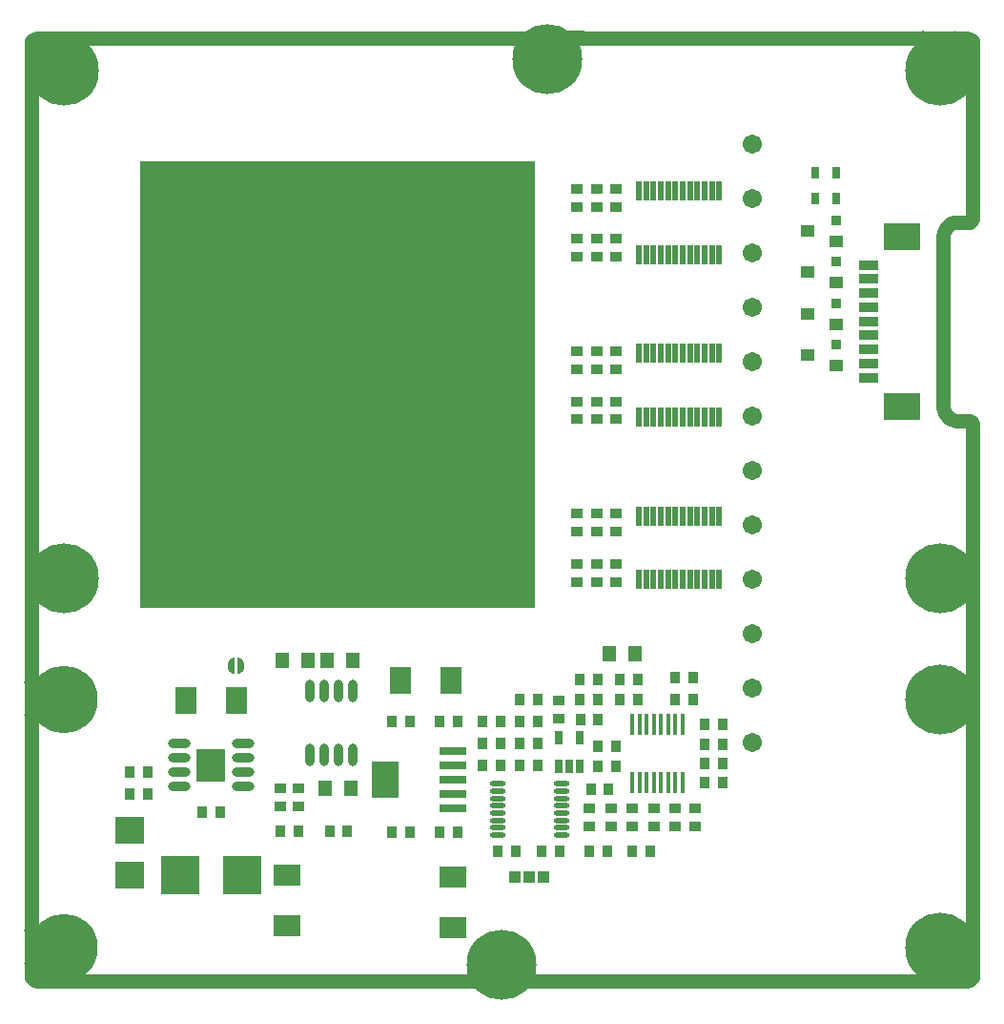
<source format=gbr>
G04*
G04 #@! TF.GenerationSoftware,Altium Limited,Altium Designer,25.8.1 (18)*
G04*
G04 Layer_Color=8388736*
%FSLAX44Y44*%
%MOMM*%
G71*
G04*
G04 #@! TF.SameCoordinates,68482A9D-35D4-4593-95C8-0FE79975008A*
G04*
G04*
G04 #@! TF.FilePolarity,Negative*
G04*
G01*
G75*
%ADD21R,1.0500X1.0500*%
%ADD29R,0.9500X0.9000*%
%ADD32R,1.2696X1.3462*%
%ADD37R,1.7018X0.8128*%
%ADD42R,0.5080X0.4834*%
%ADD43R,1.1355X0.4834*%
%ADD44C,1.2700*%
%ADD45R,0.4500X1.9000*%
%ADD46R,1.0032X0.9032*%
%ADD47R,2.4455X0.7325*%
%ADD48R,2.4455X3.2725*%
%ADD49R,0.9032X1.0032*%
%ADD50R,2.5032X3.0032*%
%ADD51O,2.0032X0.8032*%
%ADD52R,1.9796X2.4622*%
%ADD53R,1.1532X1.1032*%
%ADD54R,0.5100X1.6600*%
%ADD55O,0.8032X2.0032*%
%ADD56R,2.5032X2.4892*%
%ADD57R,2.4622X1.9796*%
%ADD58O,1.4000X0.4500*%
%ADD59R,0.8032X1.2032*%
%ADD60R,3.3020X2.4130*%
%ADD61R,1.0032X0.9032*%
%ADD62C,1.7032*%
%ADD63R,3.5032X3.3532*%
%ADD64R,0.8032X1.1032*%
%ADD65R,35.0520X39.6240*%
%ADD66C,1.0032*%
%ADD67C,6.0000*%
%ADD68C,6.2032*%
%ADD69C,0.5000*%
%ADD70C,0.9032*%
%ADD71C,0.8040*%
%ADD72C,0.3000*%
G36*
X480032Y850230D02*
X480820Y850077D01*
X481910Y849942D01*
X484999Y849725D01*
X498017Y849500D01*
Y836800D01*
X497020Y836763D01*
X496153Y836653D01*
X495415Y836468D01*
X494807Y836210D01*
X494328Y835879D01*
X493979Y835473D01*
X493760Y834994D01*
X493671Y834441D01*
X493712Y833815D01*
X493882Y833115D01*
X479546Y850402D01*
X480032Y850230D01*
D02*
G37*
G36*
X190738Y293598D02*
X191735Y293274D01*
X192678Y292814D01*
X193547Y292227D01*
X194327Y291525D01*
X195001Y290722D01*
X195557Y289832D01*
X195984Y288874D01*
X196273Y287866D01*
X196419Y286827D01*
Y285778D01*
X196273Y284739D01*
X195984Y283731D01*
X195557Y282773D01*
X195001Y281884D01*
X194327Y281080D01*
X193547Y280378D01*
X192678Y279792D01*
X191735Y279332D01*
X190738Y279008D01*
X190221Y278916D01*
X190221D01*
X190221Y293689D01*
X190738Y293598D01*
D02*
G37*
G36*
X187619Y278916D02*
X187102Y279008D01*
X186105Y279332D01*
X185162Y279792D01*
X184293Y280378D01*
X183513Y281080D01*
X182839Y281884D01*
X182283Y282773D01*
X181856Y283731D01*
X181567Y284739D01*
X181421Y285778D01*
Y286827D01*
X181567Y287866D01*
X181856Y288874D01*
X182283Y289832D01*
X182839Y290722D01*
X183513Y291525D01*
X184293Y292227D01*
X185162Y292814D01*
X186105Y293274D01*
X187102Y293598D01*
X187619Y293689D01*
X187619D01*
X187619Y278916D01*
D02*
G37*
G36*
X13200Y272094D02*
X10994D01*
X11178Y272848D01*
X13200Y272094D01*
D02*
G37*
G36*
X6654Y254252D02*
X9612Y242094D01*
X500D01*
X5398Y255238D01*
X500Y272094D01*
X10994D01*
X6654Y254252D01*
D02*
G37*
G36*
X9772Y241437D02*
X9612Y242094D01*
X13200D01*
X9772Y241437D01*
D02*
G37*
G36*
X13200Y52095D02*
X10995D01*
X11178Y52849D01*
X13200Y52095D01*
D02*
G37*
G36*
X6654Y34252D02*
X9612Y22095D01*
X13200D01*
X9771Y21438D01*
X9612Y22095D01*
X500D01*
X5398Y35238D01*
X500Y52095D01*
X10995D01*
X6654Y34252D01*
D02*
G37*
G36*
X839478Y51391D02*
X836800D01*
X839301Y52120D01*
X839478Y51391D01*
D02*
G37*
G36*
X844633Y35729D02*
X849500Y21391D01*
X839972D01*
X839803Y20696D01*
X836800Y21391D01*
X839972D01*
X843374Y35376D01*
X839478Y51391D01*
X849500D01*
X844633Y35729D01*
D02*
G37*
G36*
X849500Y241391D02*
X840565D01*
X844400Y253855D01*
X849500Y241391D01*
D02*
G37*
G36*
X840429Y240951D02*
X836800Y241391D01*
X840565D01*
X840429Y240951D01*
D02*
G37*
G36*
X840088Y271391D02*
X849500D01*
X844453Y257208D01*
X840088Y271391D01*
X836800D01*
X839946Y271854D01*
X840088Y271391D01*
D02*
G37*
G36*
X849500Y351390D02*
X841088D01*
X843992Y363331D01*
X849500Y351390D01*
D02*
G37*
G36*
X840949Y350818D02*
X836800Y351390D01*
X841088D01*
X840949Y350818D01*
D02*
G37*
G36*
X841069Y826646D02*
X849500D01*
X843994Y814624D01*
X841069Y826646D01*
X836800D01*
X840930Y827221D01*
X841069Y826646D01*
D02*
G37*
G36*
X828017Y840324D02*
X828680Y840163D01*
X828017Y836800D01*
Y840324D01*
X815570Y843352D01*
X798017Y839082D01*
Y849500D01*
X814684Y844609D01*
X828017Y849500D01*
Y840324D01*
D02*
G37*
G36*
X798017Y836800D02*
X797266Y838899D01*
X798017Y839082D01*
Y836800D01*
D02*
G37*
D21*
X449518Y98870D02*
D03*
X462218D02*
D03*
X436818D02*
D03*
D29*
X721380Y571546D02*
D03*
Y681266D02*
D03*
Y645038D02*
D03*
Y607538D02*
D03*
D32*
X252732Y291099D02*
D03*
X269582D02*
D03*
X520696Y297180D02*
D03*
X543560D02*
D03*
X292446Y291099D02*
D03*
X291179Y177100D02*
D03*
X268314D02*
D03*
X229868Y291099D02*
D03*
D37*
X750955Y554252D02*
D03*
Y641752D02*
D03*
Y629252D02*
D03*
Y616752D02*
D03*
Y591752D02*
D03*
Y579252D02*
D03*
Y604252D02*
D03*
Y566752D02*
D03*
Y541752D02*
D03*
D42*
X835914Y13585D02*
D03*
X14540Y835613D02*
D03*
X836129Y836006D02*
D03*
D43*
X12898Y15189D02*
D03*
D44*
X817010Y515497D02*
X817307Y512860D01*
X818184Y510356D01*
X819595Y508109D01*
X821472Y506232D01*
X823719Y504821D01*
X826223Y503944D01*
X828860Y503647D01*
Y679908D02*
X826223Y679610D01*
X823719Y678734D01*
X821472Y677322D01*
X819595Y675446D01*
X818184Y673199D01*
X817307Y670694D01*
X817010Y668057D01*
X6850Y12000D02*
X7540Y9425D01*
X9425Y7540D01*
X12000Y6850D01*
X843150Y838000D02*
X842460Y840575D01*
X840575Y842460D01*
X838000Y843150D01*
X12000Y843150D02*
X9425Y842460D01*
X7540Y840575D01*
X6850Y838000D01*
X840000Y679908D02*
X842227Y680830D01*
X843150Y683057D01*
X838000Y6850D02*
X840575Y7540D01*
X842460Y9425D01*
X843150Y12000D01*
X843150Y500497D02*
X842227Y502724D01*
X840000Y503647D01*
X12000Y843150D02*
X28018D01*
X828860Y503647D02*
X840000D01*
X817010Y515497D02*
Y523163D01*
X843150Y12042D02*
Y21391D01*
X6850Y12000D02*
Y22095D01*
X828860Y679908D02*
X840000D01*
X12059Y6850D02*
X24745D01*
X843150Y683099D02*
Y696646D01*
X6850Y22095D02*
Y32095D01*
X28018Y843150D02*
X38018D01*
X24745Y6850D02*
X34745D01*
X817010Y573163D02*
Y583163D01*
Y563163D02*
Y573163D01*
Y553163D02*
Y563163D01*
Y523163D02*
Y533163D01*
X843150Y21391D02*
Y31391D01*
X843150Y706646D02*
Y716646D01*
Y696646D02*
Y706646D01*
X6850Y32095D02*
Y42095D01*
X38018Y843150D02*
X48018D01*
X114745Y6850D02*
X124745D01*
X34745D02*
X44745D01*
X817010Y613163D02*
Y623163D01*
Y603163D02*
Y613163D01*
Y583163D02*
Y593163D01*
Y543163D02*
Y553163D01*
Y533163D02*
Y543163D01*
X843150Y31391D02*
Y41391D01*
X843150Y726646D02*
Y736646D01*
Y716646D02*
Y726646D01*
X6850Y42095D02*
Y52095D01*
X48018Y843150D02*
X58018D01*
X134745Y6850D02*
X144745D01*
X124745D02*
X134745D01*
X104745D02*
X114745D01*
X44745D02*
X54745D01*
X817010Y623163D02*
Y633163D01*
Y593163D02*
Y603163D01*
X843150Y41391D02*
Y51391D01*
X843150Y736646D02*
Y746646D01*
X6850Y52095D02*
Y62095D01*
X58018Y843150D02*
X68018D01*
X164745Y6850D02*
X174745D01*
X144745D02*
X154745D01*
X54745D02*
X64745D01*
X817010Y643163D02*
Y653163D01*
Y633163D02*
Y643163D01*
X843150Y51391D02*
Y61391D01*
X843150Y746646D02*
Y756646D01*
X6850Y62095D02*
Y72095D01*
X68018Y843150D02*
X78018D01*
X194745Y6850D02*
X204745D01*
X174745D02*
X184745D01*
X154745D02*
X164745D01*
X64745D02*
X74745D01*
X817010Y653163D02*
Y668057D01*
X843150Y61391D02*
Y71391D01*
X843150Y756646D02*
Y766646D01*
X6850Y72095D02*
Y82095D01*
X78018Y843150D02*
X88018D01*
X254745Y6850D02*
X264745D01*
X234745D02*
X244745D01*
X204745D02*
X214745D01*
X184745D02*
X194745D01*
X74745D02*
X84745D01*
X843150Y71391D02*
Y81391D01*
X843150Y766646D02*
Y776646D01*
X6850Y82095D02*
Y92094D01*
X88018Y843150D02*
X98018D01*
X354745Y6850D02*
X364745D01*
X344745D02*
X354745D01*
X264745D02*
X274745D01*
X244745D02*
X254745D01*
X214745D02*
X224745D01*
X84745D02*
X94745D01*
X843150Y81391D02*
Y91391D01*
X843150Y776646D02*
Y786646D01*
X6850Y92094D02*
Y102094D01*
X98018Y843150D02*
X108018D01*
X364745Y6850D02*
X374745D01*
X274745D02*
X284745D01*
X224745D02*
X234745D01*
X94745D02*
X104745D01*
X843150Y91391D02*
Y101391D01*
X843150Y786646D02*
Y796646D01*
X6850Y102094D02*
Y112094D01*
X108018Y843150D02*
X118018D01*
X374745Y6850D02*
X384745D01*
X284745D02*
X294745D01*
X843150Y101391D02*
Y111391D01*
X843150Y796646D02*
Y806646D01*
X6850Y112094D02*
Y122094D01*
X118018Y843150D02*
X128018D01*
X394745Y6850D02*
X404745D01*
X384745D02*
X394745D01*
X294745D02*
X304745D01*
X843150Y111391D02*
Y121391D01*
X843150Y806646D02*
Y816646D01*
X6850Y122094D02*
Y132094D01*
X128018Y843150D02*
X138018D01*
X444744Y6850D02*
X454744D01*
X404745D02*
X425000D01*
X314745D02*
X324745D01*
X304745D02*
X314745D01*
X843150Y121391D02*
Y131391D01*
X843150Y816646D02*
Y826646D01*
X6850Y132094D02*
Y142094D01*
X138018Y843150D02*
X148018D01*
X484744Y6850D02*
X494744D01*
X454744D02*
X464744D01*
X425000D02*
X444744D01*
X324745D02*
X334745D01*
X843150Y131391D02*
Y141391D01*
X843150Y826646D02*
Y838000D01*
X6850Y142094D02*
Y152094D01*
X148018Y843150D02*
X158018D01*
X504744Y6850D02*
X514744D01*
X494744D02*
X504744D01*
X464744D02*
X474744D01*
X334745D02*
X344745D01*
X843150Y141391D02*
Y151391D01*
X6850Y152094D02*
Y162094D01*
X158018Y843150D02*
X168018D01*
X594744Y6850D02*
X604744D01*
X524744D02*
X534744D01*
X514744D02*
X524744D01*
X474744D02*
X484744D01*
X843150Y151391D02*
Y161391D01*
X6850Y162094D02*
Y172094D01*
X168018Y843150D02*
X178018D01*
X614744Y6850D02*
X624744D01*
X604744D02*
X614744D01*
X584744D02*
X594744D01*
X554744D02*
X564744D01*
X544744D02*
X554744D01*
X534744D02*
X544744D01*
X843150Y161391D02*
Y171391D01*
X6850Y172094D02*
Y182094D01*
X178018Y843150D02*
X188018D01*
X624744Y6850D02*
X634744D01*
X574744D02*
X584744D01*
X564744D02*
X574744D01*
X843150Y171391D02*
Y181391D01*
X6850Y182094D02*
Y192094D01*
X188018Y843150D02*
X198018D01*
X634744Y6850D02*
X644744D01*
X843150Y181391D02*
Y191391D01*
X6850Y192094D02*
Y202094D01*
X198018Y843150D02*
X208018D01*
X644744Y6850D02*
X654744D01*
X843150Y191391D02*
Y201391D01*
X6850Y332094D02*
Y342094D01*
Y222094D02*
Y232094D01*
Y202094D02*
Y212094D01*
X208018Y843150D02*
X218018D01*
X654744Y6850D02*
X664744D01*
X843150Y271391D02*
Y281391D01*
Y211391D02*
Y221391D01*
Y201391D02*
Y211391D01*
X6850Y342094D02*
Y352094D01*
Y302094D02*
Y312094D01*
Y232094D02*
Y242094D01*
Y212094D02*
Y222094D01*
X218018Y843150D02*
X228018D01*
X664744Y6850D02*
X674744D01*
X843150Y281391D02*
Y291391D01*
Y251391D02*
Y261391D01*
Y241391D02*
Y251391D01*
Y231391D02*
Y241391D01*
Y221391D02*
Y231391D01*
X6850Y352094D02*
Y362094D01*
Y322094D02*
Y332094D01*
Y312094D02*
Y322094D01*
Y292094D02*
Y302094D01*
Y282094D02*
Y292094D01*
Y272094D02*
Y282094D01*
Y262094D02*
Y272094D01*
Y252094D02*
Y262094D01*
Y242094D02*
Y252094D01*
X228018Y843150D02*
X238018D01*
X674744Y6850D02*
X684744D01*
X843150Y291391D02*
Y301391D01*
Y261391D02*
Y271391D01*
X6850Y362094D02*
Y372094D01*
X238018Y843150D02*
X248018D01*
X684744Y6850D02*
X694744D01*
X843150Y301391D02*
Y311391D01*
X6850Y462094D02*
Y472094D01*
Y412094D02*
Y422094D01*
Y402094D02*
Y412094D01*
Y382094D02*
Y392094D01*
Y372094D02*
Y382094D01*
X248018Y843150D02*
X258018D01*
X694744Y6850D02*
X704744D01*
X843150Y311391D02*
Y321390D01*
X6850Y502094D02*
Y512094D01*
Y472094D02*
Y482094D01*
Y432094D02*
Y442094D01*
Y422094D02*
Y432094D01*
Y392094D02*
Y402094D01*
X258018Y843150D02*
X268018D01*
X704744Y6850D02*
X714744D01*
X843150Y321390D02*
Y331390D01*
X6850Y542094D02*
Y552094D01*
Y532094D02*
Y542094D01*
Y512094D02*
Y522094D01*
Y492094D02*
Y502094D01*
Y482094D02*
Y492094D01*
Y442094D02*
Y452094D01*
X268018Y843150D02*
X278018D01*
X714744Y6850D02*
X724744D01*
X843150Y331390D02*
Y341390D01*
X6850Y602094D02*
Y612094D01*
Y582094D02*
Y592094D01*
Y562094D02*
Y572094D01*
Y552094D02*
Y562094D01*
Y522094D02*
Y532094D01*
Y452094D02*
Y462094D01*
X278018Y843150D02*
X288018D01*
X724744Y6850D02*
X734744D01*
X843150Y341390D02*
Y351390D01*
X6850Y612094D02*
Y622094D01*
Y592094D02*
Y602094D01*
Y572094D02*
Y582094D01*
X288018Y843150D02*
X298018D01*
X734744Y6850D02*
X744744D01*
X843150Y351390D02*
Y361390D01*
X6850Y652093D02*
Y662093D01*
Y632094D02*
Y642093D01*
Y622094D02*
Y632094D01*
X298018Y843150D02*
X308018D01*
X744744Y6850D02*
X754744D01*
X843150Y361390D02*
Y371390D01*
X6850Y662093D02*
Y672093D01*
Y642093D02*
Y652093D01*
X308018Y843150D02*
X318018D01*
X754744Y6850D02*
X764744D01*
X843150Y371390D02*
Y381390D01*
X6850Y672093D02*
Y682093D01*
X318018Y843150D02*
X328018D01*
X764744Y6850D02*
X774744D01*
X843150Y381390D02*
Y391390D01*
X6850Y682093D02*
Y692093D01*
X328018Y843150D02*
X338018D01*
X774744Y6850D02*
X784744D01*
X843150Y391390D02*
Y401390D01*
X6850Y692093D02*
Y702093D01*
X338018Y843150D02*
X348018D01*
X784744Y6850D02*
X794744D01*
X843150Y401390D02*
Y411390D01*
X6850Y702093D02*
Y712093D01*
X348018Y843150D02*
X358018D01*
X794744Y6850D02*
X804744D01*
X843150Y411390D02*
Y421390D01*
X6850Y712093D02*
Y722093D01*
X358018Y843150D02*
X368018D01*
X804744Y6850D02*
X814744D01*
X843150Y421390D02*
Y431390D01*
X6850Y722093D02*
Y732093D01*
X368018Y843150D02*
X378018D01*
X824744Y6850D02*
X838000D01*
X814744D02*
X824744D01*
X843150Y431390D02*
Y441390D01*
X6850Y732093D02*
Y742093D01*
X378018Y843150D02*
X388018D01*
X843150Y441390D02*
Y451390D01*
X6850Y742093D02*
Y752093D01*
X388018Y843150D02*
X398018D01*
X843150Y451390D02*
Y461390D01*
X6850Y752093D02*
Y762093D01*
X438018Y843150D02*
X448018D01*
X398018D02*
X408018D01*
X843150Y461390D02*
Y471390D01*
X6850Y762093D02*
Y772093D01*
X465300Y843150D02*
X474048D01*
X448018D02*
X456552D01*
X408018D02*
X418018D01*
X843150Y471390D02*
Y481390D01*
X6850Y772093D02*
Y782093D01*
X474048Y843150D02*
X488018D01*
X456552D02*
X465300D01*
X418018D02*
X428018D01*
X843150Y481390D02*
Y491390D01*
X6850Y782093D02*
Y792093D01*
X488018Y843150D02*
X498017D01*
X428018D02*
X438018D01*
X843150Y491390D02*
Y500497D01*
X6850Y792093D02*
Y802093D01*
X498017Y843150D02*
X508017D01*
X6850Y802093D02*
Y812093D01*
X508017Y843150D02*
X518017D01*
X6850Y812093D02*
Y822093D01*
X518017Y843150D02*
X528017D01*
X6850Y822093D02*
Y837941D01*
X528017Y843150D02*
X538017D01*
X548017D01*
X558017D01*
X568017D01*
X578017D01*
X588017D01*
X598017D01*
X608017D01*
X618017D01*
X628017D01*
X638017D01*
X648017D01*
X658017D01*
X668017D01*
X678017D01*
X688017D01*
X698017D01*
X708017D01*
X718017D01*
X728017D01*
X738017D01*
X748017D01*
X758017D01*
X768017D01*
X778017D01*
X788017D01*
X798017D01*
X808017D01*
X818017D01*
X828017D01*
X837941D01*
D45*
X566250Y233807D02*
D03*
X578950D02*
D03*
X547200D02*
D03*
X553550D02*
D03*
X572600D02*
D03*
X585300D02*
D03*
X559900D02*
D03*
X540850D02*
D03*
Y182753D02*
D03*
X547200D02*
D03*
X553550D02*
D03*
X559900D02*
D03*
X572600D02*
D03*
X578950D02*
D03*
X585300D02*
D03*
X566250D02*
D03*
D46*
X475018Y255650D02*
D03*
X508980Y648760D02*
D03*
Y504760D02*
D03*
X244600Y161100D02*
D03*
X596900Y144020D02*
D03*
X491640Y360760D02*
D03*
X508980D02*
D03*
X491640Y504760D02*
D03*
Y648760D02*
D03*
Y693240D02*
D03*
Y709240D02*
D03*
Y664760D02*
D03*
Y549240D02*
D03*
Y565240D02*
D03*
Y520760D02*
D03*
Y405240D02*
D03*
Y421240D02*
D03*
X526320Y376760D02*
D03*
Y360760D02*
D03*
X508980Y376760D02*
D03*
X491640D02*
D03*
X521970Y159650D02*
D03*
Y143650D02*
D03*
X502920Y160020D02*
D03*
Y144020D02*
D03*
X540850Y160020D02*
D03*
Y144020D02*
D03*
X559900Y160020D02*
D03*
Y144020D02*
D03*
X578950D02*
D03*
Y160020D02*
D03*
X596900D02*
D03*
X244600Y177100D02*
D03*
X228600D02*
D03*
Y161100D02*
D03*
X526320Y504760D02*
D03*
Y648760D02*
D03*
X508980Y693240D02*
D03*
Y549240D02*
D03*
Y405240D02*
D03*
X526320D02*
D03*
Y693240D02*
D03*
X475018Y239650D02*
D03*
X508980Y565240D02*
D03*
Y421240D02*
D03*
X526320Y709240D02*
D03*
Y520760D02*
D03*
Y421240D02*
D03*
Y664760D02*
D03*
X508980Y520760D02*
D03*
Y664760D02*
D03*
Y709240D02*
D03*
D47*
X381254Y185207D02*
D03*
Y172507D02*
D03*
Y159806D02*
D03*
Y210606D02*
D03*
Y197906D02*
D03*
D48*
X321047Y185207D02*
D03*
D49*
X457108Y236767D02*
D03*
X556850Y121920D02*
D03*
X476518D02*
D03*
X519810Y176237D02*
D03*
X287814Y139320D02*
D03*
X110490Y172530D02*
D03*
X327219Y138240D02*
D03*
Y236920D02*
D03*
X441108Y198120D02*
D03*
X510540Y214550D02*
D03*
X494457Y256540D02*
D03*
Y274320D02*
D03*
X620985Y182753D02*
D03*
X604985Y233807D02*
D03*
X407670Y236767D02*
D03*
X423670D02*
D03*
X407670Y198120D02*
D03*
X423670D02*
D03*
X620985Y233807D02*
D03*
X604985Y199771D02*
D03*
X620985D02*
D03*
X604985Y182753D02*
D03*
X594950Y275590D02*
D03*
X578950D02*
D03*
Y256540D02*
D03*
X594950D02*
D03*
X510457Y274320D02*
D03*
X494540Y238760D02*
D03*
X510540D02*
D03*
X510457Y256540D02*
D03*
X526540Y214550D02*
D03*
X437018Y121920D02*
D03*
X421018D02*
D03*
X526540Y196800D02*
D03*
X510540D02*
D03*
X457108Y198120D02*
D03*
X369926Y236920D02*
D03*
X385926D02*
D03*
X343219D02*
D03*
X369926Y138216D02*
D03*
X385926D02*
D03*
X343219Y138240D02*
D03*
X94490Y191811D02*
D03*
X110490D02*
D03*
X94490Y172530D02*
D03*
X244600Y139320D02*
D03*
X228600D02*
D03*
X271814D02*
D03*
X407670Y216993D02*
D03*
X423670D02*
D03*
X545746Y256540D02*
D03*
Y274320D02*
D03*
X502920Y121920D02*
D03*
X174570Y156020D02*
D03*
X158570D02*
D03*
X503810Y176237D02*
D03*
X604985Y216789D02*
D03*
X620985D02*
D03*
X441108Y236767D02*
D03*
X457016Y256540D02*
D03*
X441016D02*
D03*
Y216993D02*
D03*
X457016D02*
D03*
X540850Y121920D02*
D03*
X460518D02*
D03*
X518920D02*
D03*
X529746Y274320D02*
D03*
Y256540D02*
D03*
D50*
X166570Y198161D02*
D03*
D51*
X138320Y204511D02*
D03*
Y191811D02*
D03*
Y217211D02*
D03*
Y179111D02*
D03*
X194820Y217211D02*
D03*
Y204511D02*
D03*
Y191811D02*
D03*
Y179111D02*
D03*
D52*
X334872Y272811D02*
D03*
X188922Y255080D02*
D03*
X144218D02*
D03*
X379576Y272811D02*
D03*
D53*
X696380Y562046D02*
D03*
Y671766D02*
D03*
Y635538D02*
D03*
Y598038D02*
D03*
X721380Y588538D02*
D03*
Y552546D02*
D03*
Y662266D02*
D03*
Y626038D02*
D03*
D54*
X565950Y650806D02*
D03*
Y362806D02*
D03*
Y506806D02*
D03*
X559450D02*
D03*
X598450Y563194D02*
D03*
X598450Y506806D02*
D03*
X611450Y563194D02*
D03*
X546450D02*
D03*
X578950Y506806D02*
D03*
X578950Y563194D02*
D03*
X591950Y506806D02*
D03*
Y563194D02*
D03*
X604950D02*
D03*
X617950Y506806D02*
D03*
X604950D02*
D03*
X617950Y563194D02*
D03*
X585450D02*
D03*
X559450D02*
D03*
X546450Y506806D02*
D03*
X611450D02*
D03*
X552950Y563194D02*
D03*
X572450Y506806D02*
D03*
X572450Y563194D02*
D03*
X585450Y506806D02*
D03*
X565950Y563194D02*
D03*
X552950Y506806D02*
D03*
Y362806D02*
D03*
Y650806D02*
D03*
X565950Y419194D02*
D03*
Y707194D02*
D03*
X546450Y650806D02*
D03*
Y362806D02*
D03*
X559450Y650806D02*
D03*
X617950Y707194D02*
D03*
Y650806D02*
D03*
X604950D02*
D03*
Y707194D02*
D03*
X617950Y419194D02*
D03*
Y362806D02*
D03*
X604950D02*
D03*
Y419194D02*
D03*
X591950Y707194D02*
D03*
Y650806D02*
D03*
Y419194D02*
D03*
X578950Y707194D02*
D03*
X578950Y650806D02*
D03*
X578950Y419194D02*
D03*
X591950Y362806D02*
D03*
X578950D02*
D03*
X546450Y707194D02*
D03*
Y419194D02*
D03*
X559450D02*
D03*
X559450Y362806D02*
D03*
X572450D02*
D03*
X585450D02*
D03*
X598450D02*
D03*
X611450D02*
D03*
X611450Y419194D02*
D03*
X598450D02*
D03*
X585450D02*
D03*
X572450D02*
D03*
X552950D02*
D03*
X572450Y650806D02*
D03*
X585450D02*
D03*
X598450D02*
D03*
X611450D02*
D03*
X611450Y707194D02*
D03*
X598450D02*
D03*
X585450D02*
D03*
X572450D02*
D03*
X559450D02*
D03*
X552950D02*
D03*
D55*
X279746Y263438D02*
D03*
Y206938D02*
D03*
X292446Y263438D02*
D03*
X254347Y206938D02*
D03*
X267047D02*
D03*
X292446D02*
D03*
X254347Y263438D02*
D03*
X267047D02*
D03*
D56*
X94490Y140140D02*
D03*
Y100140D02*
D03*
D57*
X234188Y55436D02*
D03*
X381254Y54166D02*
D03*
Y98870D02*
D03*
X234188Y100140D02*
D03*
D58*
X478018Y162000D02*
D03*
Y168500D02*
D03*
X421018Y149000D02*
D03*
X478018Y142500D02*
D03*
Y181500D02*
D03*
X421018Y155500D02*
D03*
Y168500D02*
D03*
Y175000D02*
D03*
Y181500D02*
D03*
Y162000D02*
D03*
X478018Y175000D02*
D03*
Y155500D02*
D03*
Y149000D02*
D03*
X421018Y142500D02*
D03*
X478018Y136000D02*
D03*
X421018D02*
D03*
D59*
X484518Y196800D02*
D03*
X475018Y222300D02*
D03*
Y196800D02*
D03*
X494018D02*
D03*
Y222300D02*
D03*
D60*
X779955Y516252D02*
D03*
Y667252D02*
D03*
D61*
X526320Y565240D02*
D03*
X526321Y549240D02*
D03*
D62*
X647700Y701040D02*
D03*
Y508000D02*
D03*
Y459740D02*
D03*
Y363220D02*
D03*
Y749300D02*
D03*
Y411480D02*
D03*
Y218440D02*
D03*
Y314960D02*
D03*
Y266700D02*
D03*
Y652780D02*
D03*
Y604520D02*
D03*
Y556260D02*
D03*
D63*
X194070Y100140D02*
D03*
X139070D02*
D03*
D64*
X703221Y701039D02*
D03*
Y723899D02*
D03*
X721380Y723900D02*
D03*
Y701040D02*
D03*
D65*
X279400Y535940D02*
D03*
D66*
X57120Y27252D02*
D03*
X27252Y14880D02*
D03*
X14880Y44748D02*
D03*
X44748Y57120D02*
D03*
X57120Y44748D02*
D03*
X44748Y14880D02*
D03*
X14880Y27252D02*
D03*
X27252Y57120D02*
D03*
Y385120D02*
D03*
X14880Y355252D02*
D03*
X44748Y342880D02*
D03*
X57120Y372748D02*
D03*
X44748Y385120D02*
D03*
X14880Y372748D02*
D03*
X27252Y342880D02*
D03*
X57120Y355252D02*
D03*
X44748Y234880D02*
D03*
X57120Y264748D02*
D03*
X44748Y277120D02*
D03*
X14880Y264748D02*
D03*
X57120Y247252D02*
D03*
X805252Y57120D02*
D03*
X792880Y27252D02*
D03*
X822748Y14880D02*
D03*
X835120Y44748D02*
D03*
X822748Y57120D02*
D03*
X792880Y44748D02*
D03*
X805252Y14880D02*
D03*
X835120Y27252D02*
D03*
X805729Y277120D02*
D03*
X793357Y247252D02*
D03*
X823225Y234880D02*
D03*
Y277120D02*
D03*
X793357Y264748D02*
D03*
X805729Y234880D02*
D03*
X805252Y385120D02*
D03*
X792880Y355252D02*
D03*
X822748Y342880D02*
D03*
Y385120D02*
D03*
X792880Y372748D02*
D03*
X805252Y342880D02*
D03*
Y835120D02*
D03*
X792880Y805252D02*
D03*
X822748Y792880D02*
D03*
X835120Y822748D02*
D03*
X822748Y835120D02*
D03*
X792880Y822748D02*
D03*
X805252Y792880D02*
D03*
X835120Y805252D02*
D03*
X27252Y835120D02*
D03*
X14880Y805252D02*
D03*
X44748Y792880D02*
D03*
X57120Y822748D02*
D03*
X44748Y835120D02*
D03*
X14880Y822748D02*
D03*
X27252Y792880D02*
D03*
X57120Y805252D02*
D03*
D67*
X36000Y36000D02*
D03*
Y256000D02*
D03*
D68*
X425000Y21000D02*
D03*
X36000Y364000D02*
D03*
X814000Y36000D02*
D03*
X814477Y256000D02*
D03*
X814000Y364000D02*
D03*
Y814000D02*
D03*
X36000D02*
D03*
X465300Y824000D02*
D03*
D69*
X27252Y277120D02*
D03*
X14880Y247252D02*
D03*
X27252Y234880D02*
D03*
X835597Y264748D02*
D03*
X835597Y247252D02*
D03*
X835120Y372748D02*
D03*
X835120Y355252D02*
D03*
D70*
X456552Y845120D02*
D03*
X444180Y815252D02*
D03*
X474048Y802880D02*
D03*
X486420Y832748D02*
D03*
X474048Y845120D02*
D03*
X444180Y832748D02*
D03*
X456552Y802880D02*
D03*
X486420Y815252D02*
D03*
D71*
X6474Y792093D02*
D03*
X58018Y843526D02*
D03*
X836499Y679532D02*
D03*
X843526Y686646D02*
D03*
Y696646D02*
D03*
Y706646D02*
D03*
Y716646D02*
D03*
Y726646D02*
D03*
Y736646D02*
D03*
Y746646D02*
D03*
Y756646D02*
D03*
Y766646D02*
D03*
X817946Y513383D02*
D03*
X817652Y523379D02*
D03*
Y533379D02*
D03*
Y543379D02*
D03*
Y553379D02*
D03*
Y563379D02*
D03*
Y573379D02*
D03*
Y583379D02*
D03*
Y593379D02*
D03*
Y603379D02*
D03*
Y613379D02*
D03*
Y623379D02*
D03*
Y633379D02*
D03*
Y643379D02*
D03*
Y653379D02*
D03*
Y663379D02*
D03*
X818883Y673303D02*
D03*
X826770Y679450D02*
D03*
X843375Y501389D02*
D03*
X833728Y504023D02*
D03*
X824072Y505479D02*
D03*
X843526Y421390D02*
D03*
Y431390D02*
D03*
Y441390D02*
D03*
Y451390D02*
D03*
Y461390D02*
D03*
Y471390D02*
D03*
Y481390D02*
D03*
Y491390D02*
D03*
Y391390D02*
D03*
Y401390D02*
D03*
Y411390D02*
D03*
Y291391D02*
D03*
Y301391D02*
D03*
Y311391D02*
D03*
Y321390D02*
D03*
Y331390D02*
D03*
Y141391D02*
D03*
Y151391D02*
D03*
Y161391D02*
D03*
Y171391D02*
D03*
Y181391D02*
D03*
Y191391D02*
D03*
Y201391D02*
D03*
Y211391D02*
D03*
Y221391D02*
D03*
Y231391D02*
D03*
Y61391D02*
D03*
Y71391D02*
D03*
Y81391D02*
D03*
Y91391D02*
D03*
Y101391D02*
D03*
Y111391D02*
D03*
Y121391D02*
D03*
Y131391D02*
D03*
X374745Y6474D02*
D03*
X384745D02*
D03*
X394745D02*
D03*
X454744D02*
D03*
X464744D02*
D03*
X474744D02*
D03*
X514744D02*
D03*
X484744D02*
D03*
X574744D02*
D03*
X584744D02*
D03*
X564744D02*
D03*
X554744D02*
D03*
X524744D02*
D03*
X544744D02*
D03*
X534744D02*
D03*
X504744D02*
D03*
X494744D02*
D03*
X594744D02*
D03*
X664744D02*
D03*
X604744D02*
D03*
X674744D02*
D03*
X644744D02*
D03*
X714744D02*
D03*
X614744D02*
D03*
X624744D02*
D03*
X634744D02*
D03*
X694744D02*
D03*
X654744D02*
D03*
X734744D02*
D03*
X704744D02*
D03*
X684744D02*
D03*
X724744D02*
D03*
X744744D02*
D03*
X754744D02*
D03*
X764744D02*
D03*
X784744D02*
D03*
X774744D02*
D03*
X64745D02*
D03*
X74745D02*
D03*
X84745D02*
D03*
X94745D02*
D03*
X104745D02*
D03*
X114745D02*
D03*
X124745D02*
D03*
X134745D02*
D03*
X144745D02*
D03*
X154745D02*
D03*
X164745D02*
D03*
X174745D02*
D03*
X184745D02*
D03*
X194745D02*
D03*
X244745D02*
D03*
X204745D02*
D03*
X314745D02*
D03*
X284745D02*
D03*
X304745D02*
D03*
X294745D02*
D03*
X344745D02*
D03*
X234745D02*
D03*
X224745D02*
D03*
X214745D02*
D03*
X274745D02*
D03*
X334745D02*
D03*
X324745D02*
D03*
X264745D02*
D03*
X254745D02*
D03*
X354745D02*
D03*
X364745D02*
D03*
X6474Y132094D02*
D03*
Y142094D02*
D03*
Y152094D02*
D03*
Y162094D02*
D03*
Y202094D02*
D03*
Y232094D02*
D03*
Y222094D02*
D03*
Y192094D02*
D03*
Y212094D02*
D03*
Y182094D02*
D03*
Y172094D02*
D03*
Y72095D02*
D03*
Y82095D02*
D03*
Y62095D02*
D03*
Y92094D02*
D03*
Y102094D02*
D03*
Y112094D02*
D03*
Y122094D02*
D03*
Y282094D02*
D03*
Y292094D02*
D03*
Y302094D02*
D03*
Y312094D02*
D03*
Y322094D02*
D03*
Y332094D02*
D03*
Y342094D02*
D03*
Y392094D02*
D03*
Y402094D02*
D03*
Y412094D02*
D03*
Y422094D02*
D03*
Y442094D02*
D03*
Y452094D02*
D03*
Y432094D02*
D03*
Y462094D02*
D03*
Y542094D02*
D03*
Y532094D02*
D03*
Y502094D02*
D03*
Y522094D02*
D03*
Y512094D02*
D03*
Y552094D02*
D03*
Y562094D02*
D03*
Y572094D02*
D03*
Y582094D02*
D03*
Y592094D02*
D03*
Y662093D02*
D03*
Y652093D02*
D03*
Y642093D02*
D03*
Y602094D02*
D03*
Y612094D02*
D03*
Y622094D02*
D03*
Y632094D02*
D03*
Y672093D02*
D03*
Y682093D02*
D03*
Y472094D02*
D03*
Y492094D02*
D03*
Y482094D02*
D03*
Y692093D02*
D03*
Y712093D02*
D03*
Y742093D02*
D03*
Y702093D02*
D03*
Y752093D02*
D03*
Y762093D02*
D03*
Y722093D02*
D03*
Y732093D02*
D03*
Y772093D02*
D03*
Y782093D02*
D03*
X68018Y843526D02*
D03*
X78018D02*
D03*
X88018D02*
D03*
X98018D02*
D03*
X108018D02*
D03*
X118018D02*
D03*
X128018D02*
D03*
X138018D02*
D03*
X148018D02*
D03*
X158018D02*
D03*
X168018D02*
D03*
X178018D02*
D03*
X188018D02*
D03*
X198018D02*
D03*
X208018D02*
D03*
X218018D02*
D03*
X228018D02*
D03*
X238018D02*
D03*
X248018D02*
D03*
X258018D02*
D03*
X268018D02*
D03*
X278018D02*
D03*
X288018D02*
D03*
X298018D02*
D03*
X308018D02*
D03*
X318018D02*
D03*
X328018D02*
D03*
X338018D02*
D03*
X348018D02*
D03*
X358018D02*
D03*
X368018D02*
D03*
X378018D02*
D03*
X388018D02*
D03*
X398018D02*
D03*
X408018D02*
D03*
X428018D02*
D03*
X418018D02*
D03*
X508017D02*
D03*
X518017D02*
D03*
X528017D02*
D03*
X548017D02*
D03*
X558017D02*
D03*
X598017D02*
D03*
X568017D02*
D03*
X538017D02*
D03*
X578017D02*
D03*
X588017D02*
D03*
X498017D02*
D03*
X608017D02*
D03*
X618017D02*
D03*
X628017D02*
D03*
X638017D02*
D03*
X648017D02*
D03*
X658017D02*
D03*
X668017D02*
D03*
X678017D02*
D03*
X688017D02*
D03*
X698017D02*
D03*
X708017D02*
D03*
X718017D02*
D03*
X728017D02*
D03*
X738017D02*
D03*
X748017D02*
D03*
X758017D02*
D03*
X768017D02*
D03*
X778017D02*
D03*
X788017D02*
D03*
D72*
X843526Y776646D02*
D03*
Y786646D02*
D03*
X843526Y281391D02*
D03*
M02*

</source>
